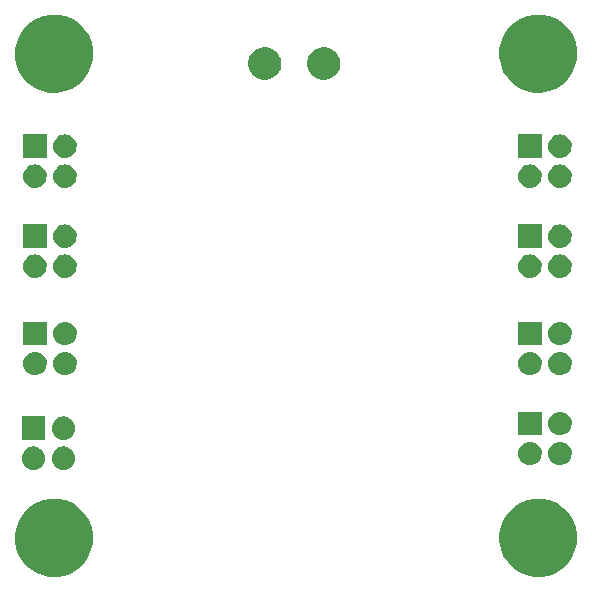
<source format=gbs>
G04 #@! TF.FileFunction,Soldermask,Bot*
%FSLAX46Y46*%
G04 Gerber Fmt 4.6, Leading zero omitted, Abs format (unit mm)*
G04 Created by KiCad (PCBNEW (after 2015-mar-04 BZR unknown)-product) date 6/7/2015 11:20:30 AM*
%MOMM*%
G01*
G04 APERTURE LIST*
%ADD10C,0.150000*%
G04 APERTURE END LIST*
D10*
G36*
X33248600Y-61696600D02*
X31267400Y-61696600D01*
X31267400Y-59715400D01*
X33248600Y-59715400D01*
X33248600Y-61696600D01*
X33248600Y-61696600D01*
G37*
G36*
X33253371Y-63252916D02*
X33233169Y-63445127D01*
X33233165Y-63445139D01*
X33233160Y-63445188D01*
X33175991Y-63629873D01*
X33084038Y-63799936D01*
X32960804Y-63948901D01*
X32810983Y-64071092D01*
X32640281Y-64161855D01*
X32455202Y-64217734D01*
X32262793Y-64236600D01*
X32259994Y-64236600D01*
X32253207Y-64236600D01*
X32253058Y-64236600D01*
X32241955Y-64236522D01*
X32241946Y-64236521D01*
X32239376Y-64236503D01*
X32047250Y-64214953D01*
X31862968Y-64156495D01*
X31693551Y-64063357D01*
X31545450Y-63939087D01*
X31424308Y-63788416D01*
X31334739Y-63617085D01*
X31280153Y-63431620D01*
X31280149Y-63431577D01*
X31280146Y-63431567D01*
X31262629Y-63239084D01*
X31282831Y-63046873D01*
X31282834Y-63046860D01*
X31282840Y-63046812D01*
X31340009Y-62862127D01*
X31431962Y-62692064D01*
X31555196Y-62543099D01*
X31705017Y-62420908D01*
X31875719Y-62330145D01*
X32060798Y-62274266D01*
X32253207Y-62255400D01*
X32256006Y-62255400D01*
X32262793Y-62255400D01*
X32262942Y-62255400D01*
X32274045Y-62255478D01*
X32274053Y-62255478D01*
X32276624Y-62255497D01*
X32468750Y-62277047D01*
X32653032Y-62335505D01*
X32822449Y-62428643D01*
X32970550Y-62552913D01*
X33091692Y-62703584D01*
X33181261Y-62874915D01*
X33235847Y-63060380D01*
X33235850Y-63060422D01*
X33235854Y-63060433D01*
X33253371Y-63252916D01*
X33253371Y-63252916D01*
G37*
G36*
X33375600Y-37820600D02*
X31394400Y-37820600D01*
X31394400Y-35839400D01*
X33375600Y-35839400D01*
X33375600Y-37820600D01*
X33375600Y-37820600D01*
G37*
G36*
X33375600Y-45440600D02*
X31394400Y-45440600D01*
X31394400Y-43459400D01*
X33375600Y-43459400D01*
X33375600Y-45440600D01*
X33375600Y-45440600D01*
G37*
G36*
X33375600Y-53695600D02*
X31394400Y-53695600D01*
X31394400Y-51714400D01*
X33375600Y-51714400D01*
X33375600Y-53695600D01*
X33375600Y-53695600D01*
G37*
G36*
X33380371Y-39376916D02*
X33360169Y-39569127D01*
X33360165Y-39569139D01*
X33360160Y-39569188D01*
X33302991Y-39753873D01*
X33211038Y-39923936D01*
X33087804Y-40072901D01*
X32937983Y-40195092D01*
X32767281Y-40285855D01*
X32582202Y-40341734D01*
X32389793Y-40360600D01*
X32386994Y-40360600D01*
X32380207Y-40360600D01*
X32380058Y-40360600D01*
X32368955Y-40360522D01*
X32368946Y-40360521D01*
X32366376Y-40360503D01*
X32174250Y-40338953D01*
X31989968Y-40280495D01*
X31820551Y-40187357D01*
X31672450Y-40063087D01*
X31551308Y-39912416D01*
X31461739Y-39741085D01*
X31407153Y-39555620D01*
X31407149Y-39555577D01*
X31407146Y-39555567D01*
X31389629Y-39363084D01*
X31409831Y-39170873D01*
X31409834Y-39170860D01*
X31409840Y-39170812D01*
X31467009Y-38986127D01*
X31558962Y-38816064D01*
X31682196Y-38667099D01*
X31832017Y-38544908D01*
X32002719Y-38454145D01*
X32187798Y-38398266D01*
X32380207Y-38379400D01*
X32383006Y-38379400D01*
X32389793Y-38379400D01*
X32389942Y-38379400D01*
X32401045Y-38379478D01*
X32401053Y-38379478D01*
X32403624Y-38379497D01*
X32595750Y-38401047D01*
X32780032Y-38459505D01*
X32949449Y-38552643D01*
X33097550Y-38676913D01*
X33218692Y-38827584D01*
X33308261Y-38998915D01*
X33362847Y-39184380D01*
X33362850Y-39184422D01*
X33362854Y-39184433D01*
X33380371Y-39376916D01*
X33380371Y-39376916D01*
G37*
G36*
X33380371Y-46996916D02*
X33360169Y-47189127D01*
X33360165Y-47189139D01*
X33360160Y-47189188D01*
X33302991Y-47373873D01*
X33211038Y-47543936D01*
X33087804Y-47692901D01*
X32937983Y-47815092D01*
X32767281Y-47905855D01*
X32582202Y-47961734D01*
X32389793Y-47980600D01*
X32386994Y-47980600D01*
X32380207Y-47980600D01*
X32380058Y-47980600D01*
X32368955Y-47980522D01*
X32368946Y-47980521D01*
X32366376Y-47980503D01*
X32174250Y-47958953D01*
X31989968Y-47900495D01*
X31820551Y-47807357D01*
X31672450Y-47683087D01*
X31551308Y-47532416D01*
X31461739Y-47361085D01*
X31407153Y-47175620D01*
X31407149Y-47175577D01*
X31407146Y-47175567D01*
X31389629Y-46983084D01*
X31409831Y-46790873D01*
X31409834Y-46790860D01*
X31409840Y-46790812D01*
X31467009Y-46606127D01*
X31558962Y-46436064D01*
X31682196Y-46287099D01*
X31832017Y-46164908D01*
X32002719Y-46074145D01*
X32187798Y-46018266D01*
X32380207Y-45999400D01*
X32383006Y-45999400D01*
X32389793Y-45999400D01*
X32389942Y-45999400D01*
X32401045Y-45999478D01*
X32401053Y-45999478D01*
X32403624Y-45999497D01*
X32595750Y-46021047D01*
X32780032Y-46079505D01*
X32949449Y-46172643D01*
X33097550Y-46296913D01*
X33218692Y-46447584D01*
X33308261Y-46618915D01*
X33362847Y-46804380D01*
X33362850Y-46804422D01*
X33362854Y-46804433D01*
X33380371Y-46996916D01*
X33380371Y-46996916D01*
G37*
G36*
X33380371Y-55251916D02*
X33360169Y-55444127D01*
X33360165Y-55444139D01*
X33360160Y-55444188D01*
X33302991Y-55628873D01*
X33211038Y-55798936D01*
X33087804Y-55947901D01*
X32937983Y-56070092D01*
X32767281Y-56160855D01*
X32582202Y-56216734D01*
X32389793Y-56235600D01*
X32386994Y-56235600D01*
X32380207Y-56235600D01*
X32380058Y-56235600D01*
X32368955Y-56235522D01*
X32368946Y-56235521D01*
X32366376Y-56235503D01*
X32174250Y-56213953D01*
X31989968Y-56155495D01*
X31820551Y-56062357D01*
X31672450Y-55938087D01*
X31551308Y-55787416D01*
X31461739Y-55616085D01*
X31407153Y-55430620D01*
X31407149Y-55430577D01*
X31407146Y-55430567D01*
X31389629Y-55238084D01*
X31409831Y-55045873D01*
X31409834Y-55045860D01*
X31409840Y-55045812D01*
X31467009Y-54861127D01*
X31558962Y-54691064D01*
X31682196Y-54542099D01*
X31832017Y-54419908D01*
X32002719Y-54329145D01*
X32187798Y-54273266D01*
X32380207Y-54254400D01*
X32383006Y-54254400D01*
X32389793Y-54254400D01*
X32389942Y-54254400D01*
X32401045Y-54254478D01*
X32401053Y-54254478D01*
X32403624Y-54254497D01*
X32595750Y-54276047D01*
X32780032Y-54334505D01*
X32949449Y-54427643D01*
X33097550Y-54551913D01*
X33218692Y-54702584D01*
X33308261Y-54873915D01*
X33362847Y-55059380D01*
X33362850Y-55059422D01*
X33362854Y-55059433D01*
X33380371Y-55251916D01*
X33380371Y-55251916D01*
G37*
G36*
X35793371Y-60712916D02*
X35773169Y-60905127D01*
X35773165Y-60905139D01*
X35773160Y-60905188D01*
X35715991Y-61089873D01*
X35624038Y-61259936D01*
X35500804Y-61408901D01*
X35350983Y-61531092D01*
X35180281Y-61621855D01*
X34995202Y-61677734D01*
X34802793Y-61696600D01*
X34799994Y-61696600D01*
X34793207Y-61696600D01*
X34793058Y-61696600D01*
X34781955Y-61696522D01*
X34781946Y-61696521D01*
X34779376Y-61696503D01*
X34587250Y-61674953D01*
X34402968Y-61616495D01*
X34233551Y-61523357D01*
X34085450Y-61399087D01*
X33964308Y-61248416D01*
X33874739Y-61077085D01*
X33820153Y-60891620D01*
X33820149Y-60891577D01*
X33820146Y-60891567D01*
X33802629Y-60699084D01*
X33822831Y-60506873D01*
X33822834Y-60506860D01*
X33822840Y-60506812D01*
X33880009Y-60322127D01*
X33971962Y-60152064D01*
X34095196Y-60003099D01*
X34245017Y-59880908D01*
X34415719Y-59790145D01*
X34600798Y-59734266D01*
X34793207Y-59715400D01*
X34796006Y-59715400D01*
X34802793Y-59715400D01*
X34802942Y-59715400D01*
X34814045Y-59715478D01*
X34814053Y-59715478D01*
X34816624Y-59715497D01*
X35008750Y-59737047D01*
X35193032Y-59795505D01*
X35362449Y-59888643D01*
X35510550Y-60012913D01*
X35631692Y-60163584D01*
X35721261Y-60334915D01*
X35775847Y-60520380D01*
X35775850Y-60520422D01*
X35775854Y-60520433D01*
X35793371Y-60712916D01*
X35793371Y-60712916D01*
G37*
G36*
X35793371Y-63252916D02*
X35773169Y-63445127D01*
X35773165Y-63445139D01*
X35773160Y-63445188D01*
X35715991Y-63629873D01*
X35624038Y-63799936D01*
X35500804Y-63948901D01*
X35350983Y-64071092D01*
X35180281Y-64161855D01*
X34995202Y-64217734D01*
X34802793Y-64236600D01*
X34799994Y-64236600D01*
X34793207Y-64236600D01*
X34793058Y-64236600D01*
X34781955Y-64236522D01*
X34781946Y-64236521D01*
X34779376Y-64236503D01*
X34587250Y-64214953D01*
X34402968Y-64156495D01*
X34233551Y-64063357D01*
X34085450Y-63939087D01*
X33964308Y-63788416D01*
X33874739Y-63617085D01*
X33820153Y-63431620D01*
X33820149Y-63431577D01*
X33820146Y-63431567D01*
X33802629Y-63239084D01*
X33822831Y-63046873D01*
X33822834Y-63046860D01*
X33822840Y-63046812D01*
X33880009Y-62862127D01*
X33971962Y-62692064D01*
X34095196Y-62543099D01*
X34245017Y-62420908D01*
X34415719Y-62330145D01*
X34600798Y-62274266D01*
X34793207Y-62255400D01*
X34796006Y-62255400D01*
X34802793Y-62255400D01*
X34802942Y-62255400D01*
X34814045Y-62255478D01*
X34814053Y-62255478D01*
X34816624Y-62255497D01*
X35008750Y-62277047D01*
X35193032Y-62335505D01*
X35362449Y-62428643D01*
X35510550Y-62552913D01*
X35631692Y-62703584D01*
X35721261Y-62874915D01*
X35775847Y-63060380D01*
X35775850Y-63060422D01*
X35775854Y-63060433D01*
X35793371Y-63252916D01*
X35793371Y-63252916D01*
G37*
G36*
X35920371Y-36836916D02*
X35900169Y-37029127D01*
X35900165Y-37029139D01*
X35900160Y-37029188D01*
X35842991Y-37213873D01*
X35751038Y-37383936D01*
X35627804Y-37532901D01*
X35477983Y-37655092D01*
X35307281Y-37745855D01*
X35122202Y-37801734D01*
X34929793Y-37820600D01*
X34926994Y-37820600D01*
X34920207Y-37820600D01*
X34920058Y-37820600D01*
X34908955Y-37820522D01*
X34908946Y-37820521D01*
X34906376Y-37820503D01*
X34714250Y-37798953D01*
X34529968Y-37740495D01*
X34360551Y-37647357D01*
X34212450Y-37523087D01*
X34091308Y-37372416D01*
X34001739Y-37201085D01*
X33947153Y-37015620D01*
X33947149Y-37015577D01*
X33947146Y-37015567D01*
X33929629Y-36823084D01*
X33949831Y-36630873D01*
X33949834Y-36630860D01*
X33949840Y-36630812D01*
X34007009Y-36446127D01*
X34098962Y-36276064D01*
X34222196Y-36127099D01*
X34372017Y-36004908D01*
X34542719Y-35914145D01*
X34727798Y-35858266D01*
X34920207Y-35839400D01*
X34923006Y-35839400D01*
X34929793Y-35839400D01*
X34929942Y-35839400D01*
X34941045Y-35839478D01*
X34941053Y-35839478D01*
X34943624Y-35839497D01*
X35135750Y-35861047D01*
X35320032Y-35919505D01*
X35489449Y-36012643D01*
X35637550Y-36136913D01*
X35758692Y-36287584D01*
X35848261Y-36458915D01*
X35902847Y-36644380D01*
X35902850Y-36644422D01*
X35902854Y-36644433D01*
X35920371Y-36836916D01*
X35920371Y-36836916D01*
G37*
G36*
X35920371Y-39376916D02*
X35900169Y-39569127D01*
X35900165Y-39569139D01*
X35900160Y-39569188D01*
X35842991Y-39753873D01*
X35751038Y-39923936D01*
X35627804Y-40072901D01*
X35477983Y-40195092D01*
X35307281Y-40285855D01*
X35122202Y-40341734D01*
X34929793Y-40360600D01*
X34926994Y-40360600D01*
X34920207Y-40360600D01*
X34920058Y-40360600D01*
X34908955Y-40360522D01*
X34908946Y-40360521D01*
X34906376Y-40360503D01*
X34714250Y-40338953D01*
X34529968Y-40280495D01*
X34360551Y-40187357D01*
X34212450Y-40063087D01*
X34091308Y-39912416D01*
X34001739Y-39741085D01*
X33947153Y-39555620D01*
X33947149Y-39555577D01*
X33947146Y-39555567D01*
X33929629Y-39363084D01*
X33949831Y-39170873D01*
X33949834Y-39170860D01*
X33949840Y-39170812D01*
X34007009Y-38986127D01*
X34098962Y-38816064D01*
X34222196Y-38667099D01*
X34372017Y-38544908D01*
X34542719Y-38454145D01*
X34727798Y-38398266D01*
X34920207Y-38379400D01*
X34923006Y-38379400D01*
X34929793Y-38379400D01*
X34929942Y-38379400D01*
X34941045Y-38379478D01*
X34941053Y-38379478D01*
X34943624Y-38379497D01*
X35135750Y-38401047D01*
X35320032Y-38459505D01*
X35489449Y-38552643D01*
X35637550Y-38676913D01*
X35758692Y-38827584D01*
X35848261Y-38998915D01*
X35902847Y-39184380D01*
X35902850Y-39184422D01*
X35902854Y-39184433D01*
X35920371Y-39376916D01*
X35920371Y-39376916D01*
G37*
G36*
X35920371Y-44456916D02*
X35900169Y-44649127D01*
X35900165Y-44649139D01*
X35900160Y-44649188D01*
X35842991Y-44833873D01*
X35751038Y-45003936D01*
X35627804Y-45152901D01*
X35477983Y-45275092D01*
X35307281Y-45365855D01*
X35122202Y-45421734D01*
X34929793Y-45440600D01*
X34926994Y-45440600D01*
X34920207Y-45440600D01*
X34920058Y-45440600D01*
X34908955Y-45440522D01*
X34908946Y-45440521D01*
X34906376Y-45440503D01*
X34714250Y-45418953D01*
X34529968Y-45360495D01*
X34360551Y-45267357D01*
X34212450Y-45143087D01*
X34091308Y-44992416D01*
X34001739Y-44821085D01*
X33947153Y-44635620D01*
X33947149Y-44635577D01*
X33947146Y-44635567D01*
X33929629Y-44443084D01*
X33949831Y-44250873D01*
X33949834Y-44250860D01*
X33949840Y-44250812D01*
X34007009Y-44066127D01*
X34098962Y-43896064D01*
X34222196Y-43747099D01*
X34372017Y-43624908D01*
X34542719Y-43534145D01*
X34727798Y-43478266D01*
X34920207Y-43459400D01*
X34923006Y-43459400D01*
X34929793Y-43459400D01*
X34929942Y-43459400D01*
X34941045Y-43459478D01*
X34941053Y-43459478D01*
X34943624Y-43459497D01*
X35135750Y-43481047D01*
X35320032Y-43539505D01*
X35489449Y-43632643D01*
X35637550Y-43756913D01*
X35758692Y-43907584D01*
X35848261Y-44078915D01*
X35902847Y-44264380D01*
X35902850Y-44264422D01*
X35902854Y-44264433D01*
X35920371Y-44456916D01*
X35920371Y-44456916D01*
G37*
G36*
X35920371Y-46996916D02*
X35900169Y-47189127D01*
X35900165Y-47189139D01*
X35900160Y-47189188D01*
X35842991Y-47373873D01*
X35751038Y-47543936D01*
X35627804Y-47692901D01*
X35477983Y-47815092D01*
X35307281Y-47905855D01*
X35122202Y-47961734D01*
X34929793Y-47980600D01*
X34926994Y-47980600D01*
X34920207Y-47980600D01*
X34920058Y-47980600D01*
X34908955Y-47980522D01*
X34908946Y-47980521D01*
X34906376Y-47980503D01*
X34714250Y-47958953D01*
X34529968Y-47900495D01*
X34360551Y-47807357D01*
X34212450Y-47683087D01*
X34091308Y-47532416D01*
X34001739Y-47361085D01*
X33947153Y-47175620D01*
X33947149Y-47175577D01*
X33947146Y-47175567D01*
X33929629Y-46983084D01*
X33949831Y-46790873D01*
X33949834Y-46790860D01*
X33949840Y-46790812D01*
X34007009Y-46606127D01*
X34098962Y-46436064D01*
X34222196Y-46287099D01*
X34372017Y-46164908D01*
X34542719Y-46074145D01*
X34727798Y-46018266D01*
X34920207Y-45999400D01*
X34923006Y-45999400D01*
X34929793Y-45999400D01*
X34929942Y-45999400D01*
X34941045Y-45999478D01*
X34941053Y-45999478D01*
X34943624Y-45999497D01*
X35135750Y-46021047D01*
X35320032Y-46079505D01*
X35489449Y-46172643D01*
X35637550Y-46296913D01*
X35758692Y-46447584D01*
X35848261Y-46618915D01*
X35902847Y-46804380D01*
X35902850Y-46804422D01*
X35902854Y-46804433D01*
X35920371Y-46996916D01*
X35920371Y-46996916D01*
G37*
G36*
X35920371Y-52711916D02*
X35900169Y-52904127D01*
X35900165Y-52904139D01*
X35900160Y-52904188D01*
X35842991Y-53088873D01*
X35751038Y-53258936D01*
X35627804Y-53407901D01*
X35477983Y-53530092D01*
X35307281Y-53620855D01*
X35122202Y-53676734D01*
X34929793Y-53695600D01*
X34926994Y-53695600D01*
X34920207Y-53695600D01*
X34920058Y-53695600D01*
X34908955Y-53695522D01*
X34908946Y-53695521D01*
X34906376Y-53695503D01*
X34714250Y-53673953D01*
X34529968Y-53615495D01*
X34360551Y-53522357D01*
X34212450Y-53398087D01*
X34091308Y-53247416D01*
X34001739Y-53076085D01*
X33947153Y-52890620D01*
X33947149Y-52890577D01*
X33947146Y-52890567D01*
X33929629Y-52698084D01*
X33949831Y-52505873D01*
X33949834Y-52505860D01*
X33949840Y-52505812D01*
X34007009Y-52321127D01*
X34098962Y-52151064D01*
X34222196Y-52002099D01*
X34372017Y-51879908D01*
X34542719Y-51789145D01*
X34727798Y-51733266D01*
X34920207Y-51714400D01*
X34923006Y-51714400D01*
X34929793Y-51714400D01*
X34929942Y-51714400D01*
X34941045Y-51714478D01*
X34941053Y-51714478D01*
X34943624Y-51714497D01*
X35135750Y-51736047D01*
X35320032Y-51794505D01*
X35489449Y-51887643D01*
X35637550Y-52011913D01*
X35758692Y-52162584D01*
X35848261Y-52333915D01*
X35902847Y-52519380D01*
X35902850Y-52519422D01*
X35902854Y-52519433D01*
X35920371Y-52711916D01*
X35920371Y-52711916D01*
G37*
G36*
X35920371Y-55251916D02*
X35900169Y-55444127D01*
X35900165Y-55444139D01*
X35900160Y-55444188D01*
X35842991Y-55628873D01*
X35751038Y-55798936D01*
X35627804Y-55947901D01*
X35477983Y-56070092D01*
X35307281Y-56160855D01*
X35122202Y-56216734D01*
X34929793Y-56235600D01*
X34926994Y-56235600D01*
X34920207Y-56235600D01*
X34920058Y-56235600D01*
X34908955Y-56235522D01*
X34908946Y-56235521D01*
X34906376Y-56235503D01*
X34714250Y-56213953D01*
X34529968Y-56155495D01*
X34360551Y-56062357D01*
X34212450Y-55938087D01*
X34091308Y-55787416D01*
X34001739Y-55616085D01*
X33947153Y-55430620D01*
X33947149Y-55430577D01*
X33947146Y-55430567D01*
X33929629Y-55238084D01*
X33949831Y-55045873D01*
X33949834Y-55045860D01*
X33949840Y-55045812D01*
X34007009Y-54861127D01*
X34098962Y-54691064D01*
X34222196Y-54542099D01*
X34372017Y-54419908D01*
X34542719Y-54329145D01*
X34727798Y-54273266D01*
X34920207Y-54254400D01*
X34923006Y-54254400D01*
X34929793Y-54254400D01*
X34929942Y-54254400D01*
X34941045Y-54254478D01*
X34941053Y-54254478D01*
X34943624Y-54254497D01*
X35135750Y-54276047D01*
X35320032Y-54334505D01*
X35489449Y-54427643D01*
X35637550Y-54551913D01*
X35758692Y-54702584D01*
X35848261Y-54873915D01*
X35902847Y-55059380D01*
X35902850Y-55059422D01*
X35902854Y-55059433D01*
X35920371Y-55251916D01*
X35920371Y-55251916D01*
G37*
G36*
X37302142Y-28676222D02*
X37291814Y-29415853D01*
X37291717Y-29416279D01*
X37291717Y-29416291D01*
X37148352Y-30047317D01*
X36884966Y-30638889D01*
X36511695Y-31168035D01*
X36042752Y-31614603D01*
X35496003Y-31961580D01*
X34892268Y-32195755D01*
X34254553Y-32308201D01*
X33607140Y-32294639D01*
X32974685Y-32155585D01*
X32381291Y-31896338D01*
X31849552Y-31526769D01*
X31399720Y-31060955D01*
X31048936Y-30516643D01*
X30810554Y-29914559D01*
X30693657Y-29277641D01*
X30702699Y-28630145D01*
X30837332Y-27996744D01*
X31092432Y-27401552D01*
X31458279Y-26867245D01*
X31920941Y-26414172D01*
X32462794Y-26059594D01*
X33063198Y-25817015D01*
X33699284Y-25695675D01*
X34346822Y-25700197D01*
X34981155Y-25830406D01*
X35578108Y-26081343D01*
X36114960Y-26443454D01*
X36571249Y-26902939D01*
X36929601Y-27442303D01*
X37176366Y-28040998D01*
X37302057Y-28675784D01*
X37302056Y-28675792D01*
X37302142Y-28676222D01*
X37302142Y-28676222D01*
G37*
G36*
X37302142Y-69676222D02*
X37291814Y-70415853D01*
X37291717Y-70416279D01*
X37291717Y-70416291D01*
X37148352Y-71047317D01*
X36884966Y-71638889D01*
X36511695Y-72168035D01*
X36042752Y-72614603D01*
X35496003Y-72961580D01*
X34892268Y-73195755D01*
X34254553Y-73308201D01*
X33607140Y-73294639D01*
X32974685Y-73155585D01*
X32381291Y-72896338D01*
X31849552Y-72526769D01*
X31399720Y-72060955D01*
X31048936Y-71516643D01*
X30810554Y-70914559D01*
X30693657Y-70277641D01*
X30702699Y-69630145D01*
X30837332Y-68996744D01*
X31092432Y-68401552D01*
X31458279Y-67867245D01*
X31920941Y-67414172D01*
X32462794Y-67059594D01*
X33063198Y-66817015D01*
X33699284Y-66695675D01*
X34346822Y-66700197D01*
X34981155Y-66830406D01*
X35578108Y-67081343D01*
X36114960Y-67443454D01*
X36571249Y-67902939D01*
X36929601Y-68442303D01*
X37176366Y-69040998D01*
X37302057Y-69675784D01*
X37302056Y-69675792D01*
X37302142Y-69676222D01*
X37302142Y-69676222D01*
G37*
G36*
X53241059Y-29689017D02*
X53236690Y-30001938D01*
X53236594Y-30002359D01*
X53236594Y-30002376D01*
X53175997Y-30269096D01*
X53064564Y-30519377D01*
X52906642Y-30743247D01*
X52708242Y-30932180D01*
X52476922Y-31078980D01*
X52221501Y-31178052D01*
X51951696Y-31225626D01*
X51677791Y-31219887D01*
X51410211Y-31161056D01*
X51159163Y-31051377D01*
X50934193Y-30895017D01*
X50743879Y-30697943D01*
X50595472Y-30467659D01*
X50494617Y-30212929D01*
X50445161Y-29943464D01*
X50448986Y-29669521D01*
X50505946Y-29401546D01*
X50613873Y-29149733D01*
X50768654Y-28923680D01*
X50964397Y-28731994D01*
X51193643Y-28581980D01*
X51447661Y-28479350D01*
X51716775Y-28428014D01*
X51990731Y-28429927D01*
X52259106Y-28485017D01*
X52511660Y-28591181D01*
X52738792Y-28744383D01*
X52931840Y-28938784D01*
X53083447Y-29166969D01*
X53187849Y-29420267D01*
X53240976Y-29688579D01*
X53240975Y-29688596D01*
X53241059Y-29689017D01*
X53241059Y-29689017D01*
G37*
G36*
X58241059Y-29689017D02*
X58236690Y-30001938D01*
X58236594Y-30002359D01*
X58236594Y-30002376D01*
X58175997Y-30269096D01*
X58064564Y-30519377D01*
X57906642Y-30743247D01*
X57708242Y-30932180D01*
X57476922Y-31078980D01*
X57221501Y-31178052D01*
X56951696Y-31225626D01*
X56677791Y-31219887D01*
X56410211Y-31161056D01*
X56159163Y-31051377D01*
X55934193Y-30895017D01*
X55743879Y-30697943D01*
X55595472Y-30467659D01*
X55494617Y-30212929D01*
X55445161Y-29943464D01*
X55448986Y-29669521D01*
X55505946Y-29401546D01*
X55613873Y-29149733D01*
X55768654Y-28923680D01*
X55964397Y-28731994D01*
X56193643Y-28581980D01*
X56447661Y-28479350D01*
X56716775Y-28428014D01*
X56990731Y-28429927D01*
X57259106Y-28485017D01*
X57511660Y-28591181D01*
X57738792Y-28744383D01*
X57931840Y-28938784D01*
X58083447Y-29166969D01*
X58187849Y-29420267D01*
X58240976Y-29688579D01*
X58240975Y-29688596D01*
X58241059Y-29689017D01*
X58241059Y-29689017D01*
G37*
G36*
X75285600Y-37820600D02*
X73304400Y-37820600D01*
X73304400Y-35839400D01*
X75285600Y-35839400D01*
X75285600Y-37820600D01*
X75285600Y-37820600D01*
G37*
G36*
X75285600Y-45440600D02*
X73304400Y-45440600D01*
X73304400Y-43459400D01*
X75285600Y-43459400D01*
X75285600Y-45440600D01*
X75285600Y-45440600D01*
G37*
G36*
X75285600Y-53695600D02*
X73304400Y-53695600D01*
X73304400Y-51714400D01*
X75285600Y-51714400D01*
X75285600Y-53695600D01*
X75285600Y-53695600D01*
G37*
G36*
X75285600Y-61315600D02*
X73304400Y-61315600D01*
X73304400Y-59334400D01*
X75285600Y-59334400D01*
X75285600Y-61315600D01*
X75285600Y-61315600D01*
G37*
G36*
X75290371Y-39376916D02*
X75270169Y-39569127D01*
X75270165Y-39569139D01*
X75270160Y-39569188D01*
X75212991Y-39753873D01*
X75121038Y-39923936D01*
X74997804Y-40072901D01*
X74847983Y-40195092D01*
X74677281Y-40285855D01*
X74492202Y-40341734D01*
X74299793Y-40360600D01*
X74296994Y-40360600D01*
X74290207Y-40360600D01*
X74290058Y-40360600D01*
X74278955Y-40360522D01*
X74278946Y-40360521D01*
X74276376Y-40360503D01*
X74084250Y-40338953D01*
X73899968Y-40280495D01*
X73730551Y-40187357D01*
X73582450Y-40063087D01*
X73461308Y-39912416D01*
X73371739Y-39741085D01*
X73317153Y-39555620D01*
X73317149Y-39555577D01*
X73317146Y-39555567D01*
X73299629Y-39363084D01*
X73319831Y-39170873D01*
X73319834Y-39170860D01*
X73319840Y-39170812D01*
X73377009Y-38986127D01*
X73468962Y-38816064D01*
X73592196Y-38667099D01*
X73742017Y-38544908D01*
X73912719Y-38454145D01*
X74097798Y-38398266D01*
X74290207Y-38379400D01*
X74293006Y-38379400D01*
X74299793Y-38379400D01*
X74299942Y-38379400D01*
X74311045Y-38379478D01*
X74311053Y-38379478D01*
X74313624Y-38379497D01*
X74505750Y-38401047D01*
X74690032Y-38459505D01*
X74859449Y-38552643D01*
X75007550Y-38676913D01*
X75128692Y-38827584D01*
X75218261Y-38998915D01*
X75272847Y-39184380D01*
X75272850Y-39184422D01*
X75272854Y-39184433D01*
X75290371Y-39376916D01*
X75290371Y-39376916D01*
G37*
G36*
X75290371Y-46996916D02*
X75270169Y-47189127D01*
X75270165Y-47189139D01*
X75270160Y-47189188D01*
X75212991Y-47373873D01*
X75121038Y-47543936D01*
X74997804Y-47692901D01*
X74847983Y-47815092D01*
X74677281Y-47905855D01*
X74492202Y-47961734D01*
X74299793Y-47980600D01*
X74296994Y-47980600D01*
X74290207Y-47980600D01*
X74290058Y-47980600D01*
X74278955Y-47980522D01*
X74278946Y-47980521D01*
X74276376Y-47980503D01*
X74084250Y-47958953D01*
X73899968Y-47900495D01*
X73730551Y-47807357D01*
X73582450Y-47683087D01*
X73461308Y-47532416D01*
X73371739Y-47361085D01*
X73317153Y-47175620D01*
X73317149Y-47175577D01*
X73317146Y-47175567D01*
X73299629Y-46983084D01*
X73319831Y-46790873D01*
X73319834Y-46790860D01*
X73319840Y-46790812D01*
X73377009Y-46606127D01*
X73468962Y-46436064D01*
X73592196Y-46287099D01*
X73742017Y-46164908D01*
X73912719Y-46074145D01*
X74097798Y-46018266D01*
X74290207Y-45999400D01*
X74293006Y-45999400D01*
X74299793Y-45999400D01*
X74299942Y-45999400D01*
X74311045Y-45999478D01*
X74311053Y-45999478D01*
X74313624Y-45999497D01*
X74505750Y-46021047D01*
X74690032Y-46079505D01*
X74859449Y-46172643D01*
X75007550Y-46296913D01*
X75128692Y-46447584D01*
X75218261Y-46618915D01*
X75272847Y-46804380D01*
X75272850Y-46804422D01*
X75272854Y-46804433D01*
X75290371Y-46996916D01*
X75290371Y-46996916D01*
G37*
G36*
X75290371Y-55251916D02*
X75270169Y-55444127D01*
X75270165Y-55444139D01*
X75270160Y-55444188D01*
X75212991Y-55628873D01*
X75121038Y-55798936D01*
X74997804Y-55947901D01*
X74847983Y-56070092D01*
X74677281Y-56160855D01*
X74492202Y-56216734D01*
X74299793Y-56235600D01*
X74296994Y-56235600D01*
X74290207Y-56235600D01*
X74290058Y-56235600D01*
X74278955Y-56235522D01*
X74278946Y-56235521D01*
X74276376Y-56235503D01*
X74084250Y-56213953D01*
X73899968Y-56155495D01*
X73730551Y-56062357D01*
X73582450Y-55938087D01*
X73461308Y-55787416D01*
X73371739Y-55616085D01*
X73317153Y-55430620D01*
X73317149Y-55430577D01*
X73317146Y-55430567D01*
X73299629Y-55238084D01*
X73319831Y-55045873D01*
X73319834Y-55045860D01*
X73319840Y-55045812D01*
X73377009Y-54861127D01*
X73468962Y-54691064D01*
X73592196Y-54542099D01*
X73742017Y-54419908D01*
X73912719Y-54329145D01*
X74097798Y-54273266D01*
X74290207Y-54254400D01*
X74293006Y-54254400D01*
X74299793Y-54254400D01*
X74299942Y-54254400D01*
X74311045Y-54254478D01*
X74311053Y-54254478D01*
X74313624Y-54254497D01*
X74505750Y-54276047D01*
X74690032Y-54334505D01*
X74859449Y-54427643D01*
X75007550Y-54551913D01*
X75128692Y-54702584D01*
X75218261Y-54873915D01*
X75272847Y-55059380D01*
X75272850Y-55059422D01*
X75272854Y-55059433D01*
X75290371Y-55251916D01*
X75290371Y-55251916D01*
G37*
G36*
X75290371Y-62871916D02*
X75270169Y-63064127D01*
X75270165Y-63064139D01*
X75270160Y-63064188D01*
X75212991Y-63248873D01*
X75121038Y-63418936D01*
X74997804Y-63567901D01*
X74847983Y-63690092D01*
X74677281Y-63780855D01*
X74492202Y-63836734D01*
X74299793Y-63855600D01*
X74296994Y-63855600D01*
X74290207Y-63855600D01*
X74290058Y-63855600D01*
X74278955Y-63855522D01*
X74278946Y-63855521D01*
X74276376Y-63855503D01*
X74084250Y-63833953D01*
X73899968Y-63775495D01*
X73730551Y-63682357D01*
X73582450Y-63558087D01*
X73461308Y-63407416D01*
X73371739Y-63236085D01*
X73317153Y-63050620D01*
X73317149Y-63050577D01*
X73317146Y-63050567D01*
X73299629Y-62858084D01*
X73319831Y-62665873D01*
X73319834Y-62665860D01*
X73319840Y-62665812D01*
X73377009Y-62481127D01*
X73468962Y-62311064D01*
X73592196Y-62162099D01*
X73742017Y-62039908D01*
X73912719Y-61949145D01*
X74097798Y-61893266D01*
X74290207Y-61874400D01*
X74293006Y-61874400D01*
X74299793Y-61874400D01*
X74299942Y-61874400D01*
X74311045Y-61874478D01*
X74311053Y-61874478D01*
X74313624Y-61874497D01*
X74505750Y-61896047D01*
X74690032Y-61954505D01*
X74859449Y-62047643D01*
X75007550Y-62171913D01*
X75128692Y-62322584D01*
X75218261Y-62493915D01*
X75272847Y-62679380D01*
X75272850Y-62679422D01*
X75272854Y-62679433D01*
X75290371Y-62871916D01*
X75290371Y-62871916D01*
G37*
G36*
X77830371Y-36836916D02*
X77810169Y-37029127D01*
X77810165Y-37029139D01*
X77810160Y-37029188D01*
X77752991Y-37213873D01*
X77661038Y-37383936D01*
X77537804Y-37532901D01*
X77387983Y-37655092D01*
X77217281Y-37745855D01*
X77032202Y-37801734D01*
X76839793Y-37820600D01*
X76836994Y-37820600D01*
X76830207Y-37820600D01*
X76830058Y-37820600D01*
X76818955Y-37820522D01*
X76818946Y-37820521D01*
X76816376Y-37820503D01*
X76624250Y-37798953D01*
X76439968Y-37740495D01*
X76270551Y-37647357D01*
X76122450Y-37523087D01*
X76001308Y-37372416D01*
X75911739Y-37201085D01*
X75857153Y-37015620D01*
X75857149Y-37015577D01*
X75857146Y-37015567D01*
X75839629Y-36823084D01*
X75859831Y-36630873D01*
X75859834Y-36630860D01*
X75859840Y-36630812D01*
X75917009Y-36446127D01*
X76008962Y-36276064D01*
X76132196Y-36127099D01*
X76282017Y-36004908D01*
X76452719Y-35914145D01*
X76637798Y-35858266D01*
X76830207Y-35839400D01*
X76833006Y-35839400D01*
X76839793Y-35839400D01*
X76839942Y-35839400D01*
X76851045Y-35839478D01*
X76851053Y-35839478D01*
X76853624Y-35839497D01*
X77045750Y-35861047D01*
X77230032Y-35919505D01*
X77399449Y-36012643D01*
X77547550Y-36136913D01*
X77668692Y-36287584D01*
X77758261Y-36458915D01*
X77812847Y-36644380D01*
X77812850Y-36644422D01*
X77812854Y-36644433D01*
X77830371Y-36836916D01*
X77830371Y-36836916D01*
G37*
G36*
X77830371Y-39376916D02*
X77810169Y-39569127D01*
X77810165Y-39569139D01*
X77810160Y-39569188D01*
X77752991Y-39753873D01*
X77661038Y-39923936D01*
X77537804Y-40072901D01*
X77387983Y-40195092D01*
X77217281Y-40285855D01*
X77032202Y-40341734D01*
X76839793Y-40360600D01*
X76836994Y-40360600D01*
X76830207Y-40360600D01*
X76830058Y-40360600D01*
X76818955Y-40360522D01*
X76818946Y-40360521D01*
X76816376Y-40360503D01*
X76624250Y-40338953D01*
X76439968Y-40280495D01*
X76270551Y-40187357D01*
X76122450Y-40063087D01*
X76001308Y-39912416D01*
X75911739Y-39741085D01*
X75857153Y-39555620D01*
X75857149Y-39555577D01*
X75857146Y-39555567D01*
X75839629Y-39363084D01*
X75859831Y-39170873D01*
X75859834Y-39170860D01*
X75859840Y-39170812D01*
X75917009Y-38986127D01*
X76008962Y-38816064D01*
X76132196Y-38667099D01*
X76282017Y-38544908D01*
X76452719Y-38454145D01*
X76637798Y-38398266D01*
X76830207Y-38379400D01*
X76833006Y-38379400D01*
X76839793Y-38379400D01*
X76839942Y-38379400D01*
X76851045Y-38379478D01*
X76851053Y-38379478D01*
X76853624Y-38379497D01*
X77045750Y-38401047D01*
X77230032Y-38459505D01*
X77399449Y-38552643D01*
X77547550Y-38676913D01*
X77668692Y-38827584D01*
X77758261Y-38998915D01*
X77812847Y-39184380D01*
X77812850Y-39184422D01*
X77812854Y-39184433D01*
X77830371Y-39376916D01*
X77830371Y-39376916D01*
G37*
G36*
X77830371Y-44456916D02*
X77810169Y-44649127D01*
X77810165Y-44649139D01*
X77810160Y-44649188D01*
X77752991Y-44833873D01*
X77661038Y-45003936D01*
X77537804Y-45152901D01*
X77387983Y-45275092D01*
X77217281Y-45365855D01*
X77032202Y-45421734D01*
X76839793Y-45440600D01*
X76836994Y-45440600D01*
X76830207Y-45440600D01*
X76830058Y-45440600D01*
X76818955Y-45440522D01*
X76818946Y-45440521D01*
X76816376Y-45440503D01*
X76624250Y-45418953D01*
X76439968Y-45360495D01*
X76270551Y-45267357D01*
X76122450Y-45143087D01*
X76001308Y-44992416D01*
X75911739Y-44821085D01*
X75857153Y-44635620D01*
X75857149Y-44635577D01*
X75857146Y-44635567D01*
X75839629Y-44443084D01*
X75859831Y-44250873D01*
X75859834Y-44250860D01*
X75859840Y-44250812D01*
X75917009Y-44066127D01*
X76008962Y-43896064D01*
X76132196Y-43747099D01*
X76282017Y-43624908D01*
X76452719Y-43534145D01*
X76637798Y-43478266D01*
X76830207Y-43459400D01*
X76833006Y-43459400D01*
X76839793Y-43459400D01*
X76839942Y-43459400D01*
X76851045Y-43459478D01*
X76851053Y-43459478D01*
X76853624Y-43459497D01*
X77045750Y-43481047D01*
X77230032Y-43539505D01*
X77399449Y-43632643D01*
X77547550Y-43756913D01*
X77668692Y-43907584D01*
X77758261Y-44078915D01*
X77812847Y-44264380D01*
X77812850Y-44264422D01*
X77812854Y-44264433D01*
X77830371Y-44456916D01*
X77830371Y-44456916D01*
G37*
G36*
X77830371Y-46996916D02*
X77810169Y-47189127D01*
X77810165Y-47189139D01*
X77810160Y-47189188D01*
X77752991Y-47373873D01*
X77661038Y-47543936D01*
X77537804Y-47692901D01*
X77387983Y-47815092D01*
X77217281Y-47905855D01*
X77032202Y-47961734D01*
X76839793Y-47980600D01*
X76836994Y-47980600D01*
X76830207Y-47980600D01*
X76830058Y-47980600D01*
X76818955Y-47980522D01*
X76818946Y-47980521D01*
X76816376Y-47980503D01*
X76624250Y-47958953D01*
X76439968Y-47900495D01*
X76270551Y-47807357D01*
X76122450Y-47683087D01*
X76001308Y-47532416D01*
X75911739Y-47361085D01*
X75857153Y-47175620D01*
X75857149Y-47175577D01*
X75857146Y-47175567D01*
X75839629Y-46983084D01*
X75859831Y-46790873D01*
X75859834Y-46790860D01*
X75859840Y-46790812D01*
X75917009Y-46606127D01*
X76008962Y-46436064D01*
X76132196Y-46287099D01*
X76282017Y-46164908D01*
X76452719Y-46074145D01*
X76637798Y-46018266D01*
X76830207Y-45999400D01*
X76833006Y-45999400D01*
X76839793Y-45999400D01*
X76839942Y-45999400D01*
X76851045Y-45999478D01*
X76851053Y-45999478D01*
X76853624Y-45999497D01*
X77045750Y-46021047D01*
X77230032Y-46079505D01*
X77399449Y-46172643D01*
X77547550Y-46296913D01*
X77668692Y-46447584D01*
X77758261Y-46618915D01*
X77812847Y-46804380D01*
X77812850Y-46804422D01*
X77812854Y-46804433D01*
X77830371Y-46996916D01*
X77830371Y-46996916D01*
G37*
G36*
X77830371Y-52711916D02*
X77810169Y-52904127D01*
X77810165Y-52904139D01*
X77810160Y-52904188D01*
X77752991Y-53088873D01*
X77661038Y-53258936D01*
X77537804Y-53407901D01*
X77387983Y-53530092D01*
X77217281Y-53620855D01*
X77032202Y-53676734D01*
X76839793Y-53695600D01*
X76836994Y-53695600D01*
X76830207Y-53695600D01*
X76830058Y-53695600D01*
X76818955Y-53695522D01*
X76818946Y-53695521D01*
X76816376Y-53695503D01*
X76624250Y-53673953D01*
X76439968Y-53615495D01*
X76270551Y-53522357D01*
X76122450Y-53398087D01*
X76001308Y-53247416D01*
X75911739Y-53076085D01*
X75857153Y-52890620D01*
X75857149Y-52890577D01*
X75857146Y-52890567D01*
X75839629Y-52698084D01*
X75859831Y-52505873D01*
X75859834Y-52505860D01*
X75859840Y-52505812D01*
X75917009Y-52321127D01*
X76008962Y-52151064D01*
X76132196Y-52002099D01*
X76282017Y-51879908D01*
X76452719Y-51789145D01*
X76637798Y-51733266D01*
X76830207Y-51714400D01*
X76833006Y-51714400D01*
X76839793Y-51714400D01*
X76839942Y-51714400D01*
X76851045Y-51714478D01*
X76851053Y-51714478D01*
X76853624Y-51714497D01*
X77045750Y-51736047D01*
X77230032Y-51794505D01*
X77399449Y-51887643D01*
X77547550Y-52011913D01*
X77668692Y-52162584D01*
X77758261Y-52333915D01*
X77812847Y-52519380D01*
X77812850Y-52519422D01*
X77812854Y-52519433D01*
X77830371Y-52711916D01*
X77830371Y-52711916D01*
G37*
G36*
X77830371Y-55251916D02*
X77810169Y-55444127D01*
X77810165Y-55444139D01*
X77810160Y-55444188D01*
X77752991Y-55628873D01*
X77661038Y-55798936D01*
X77537804Y-55947901D01*
X77387983Y-56070092D01*
X77217281Y-56160855D01*
X77032202Y-56216734D01*
X76839793Y-56235600D01*
X76836994Y-56235600D01*
X76830207Y-56235600D01*
X76830058Y-56235600D01*
X76818955Y-56235522D01*
X76818946Y-56235521D01*
X76816376Y-56235503D01*
X76624250Y-56213953D01*
X76439968Y-56155495D01*
X76270551Y-56062357D01*
X76122450Y-55938087D01*
X76001308Y-55787416D01*
X75911739Y-55616085D01*
X75857153Y-55430620D01*
X75857149Y-55430577D01*
X75857146Y-55430567D01*
X75839629Y-55238084D01*
X75859831Y-55045873D01*
X75859834Y-55045860D01*
X75859840Y-55045812D01*
X75917009Y-54861127D01*
X76008962Y-54691064D01*
X76132196Y-54542099D01*
X76282017Y-54419908D01*
X76452719Y-54329145D01*
X76637798Y-54273266D01*
X76830207Y-54254400D01*
X76833006Y-54254400D01*
X76839793Y-54254400D01*
X76839942Y-54254400D01*
X76851045Y-54254478D01*
X76851053Y-54254478D01*
X76853624Y-54254497D01*
X77045750Y-54276047D01*
X77230032Y-54334505D01*
X77399449Y-54427643D01*
X77547550Y-54551913D01*
X77668692Y-54702584D01*
X77758261Y-54873915D01*
X77812847Y-55059380D01*
X77812850Y-55059422D01*
X77812854Y-55059433D01*
X77830371Y-55251916D01*
X77830371Y-55251916D01*
G37*
G36*
X77830371Y-60331916D02*
X77810169Y-60524127D01*
X77810165Y-60524139D01*
X77810160Y-60524188D01*
X77752991Y-60708873D01*
X77661038Y-60878936D01*
X77537804Y-61027901D01*
X77387983Y-61150092D01*
X77217281Y-61240855D01*
X77032202Y-61296734D01*
X76839793Y-61315600D01*
X76836994Y-61315600D01*
X76830207Y-61315600D01*
X76830058Y-61315600D01*
X76818955Y-61315522D01*
X76818946Y-61315521D01*
X76816376Y-61315503D01*
X76624250Y-61293953D01*
X76439968Y-61235495D01*
X76270551Y-61142357D01*
X76122450Y-61018087D01*
X76001308Y-60867416D01*
X75911739Y-60696085D01*
X75857153Y-60510620D01*
X75857149Y-60510577D01*
X75857146Y-60510567D01*
X75839629Y-60318084D01*
X75859831Y-60125873D01*
X75859834Y-60125860D01*
X75859840Y-60125812D01*
X75917009Y-59941127D01*
X76008962Y-59771064D01*
X76132196Y-59622099D01*
X76282017Y-59499908D01*
X76452719Y-59409145D01*
X76637798Y-59353266D01*
X76830207Y-59334400D01*
X76833006Y-59334400D01*
X76839793Y-59334400D01*
X76839942Y-59334400D01*
X76851045Y-59334478D01*
X76851053Y-59334478D01*
X76853624Y-59334497D01*
X77045750Y-59356047D01*
X77230032Y-59414505D01*
X77399449Y-59507643D01*
X77547550Y-59631913D01*
X77668692Y-59782584D01*
X77758261Y-59953915D01*
X77812847Y-60139380D01*
X77812850Y-60139422D01*
X77812854Y-60139433D01*
X77830371Y-60331916D01*
X77830371Y-60331916D01*
G37*
G36*
X77830371Y-62871916D02*
X77810169Y-63064127D01*
X77810165Y-63064139D01*
X77810160Y-63064188D01*
X77752991Y-63248873D01*
X77661038Y-63418936D01*
X77537804Y-63567901D01*
X77387983Y-63690092D01*
X77217281Y-63780855D01*
X77032202Y-63836734D01*
X76839793Y-63855600D01*
X76836994Y-63855600D01*
X76830207Y-63855600D01*
X76830058Y-63855600D01*
X76818955Y-63855522D01*
X76818946Y-63855521D01*
X76816376Y-63855503D01*
X76624250Y-63833953D01*
X76439968Y-63775495D01*
X76270551Y-63682357D01*
X76122450Y-63558087D01*
X76001308Y-63407416D01*
X75911739Y-63236085D01*
X75857153Y-63050620D01*
X75857149Y-63050577D01*
X75857146Y-63050567D01*
X75839629Y-62858084D01*
X75859831Y-62665873D01*
X75859834Y-62665860D01*
X75859840Y-62665812D01*
X75917009Y-62481127D01*
X76008962Y-62311064D01*
X76132196Y-62162099D01*
X76282017Y-62039908D01*
X76452719Y-61949145D01*
X76637798Y-61893266D01*
X76830207Y-61874400D01*
X76833006Y-61874400D01*
X76839793Y-61874400D01*
X76839942Y-61874400D01*
X76851045Y-61874478D01*
X76851053Y-61874478D01*
X76853624Y-61874497D01*
X77045750Y-61896047D01*
X77230032Y-61954505D01*
X77399449Y-62047643D01*
X77547550Y-62171913D01*
X77668692Y-62322584D01*
X77758261Y-62493915D01*
X77812847Y-62679380D01*
X77812850Y-62679422D01*
X77812854Y-62679433D01*
X77830371Y-62871916D01*
X77830371Y-62871916D01*
G37*
G36*
X78302142Y-28676222D02*
X78291814Y-29415853D01*
X78291717Y-29416279D01*
X78291717Y-29416291D01*
X78148352Y-30047317D01*
X77884966Y-30638889D01*
X77511695Y-31168035D01*
X77042752Y-31614603D01*
X76496003Y-31961580D01*
X75892268Y-32195755D01*
X75254553Y-32308201D01*
X74607140Y-32294639D01*
X73974685Y-32155585D01*
X73381291Y-31896338D01*
X72849552Y-31526769D01*
X72399720Y-31060955D01*
X72048936Y-30516643D01*
X71810554Y-29914559D01*
X71693657Y-29277641D01*
X71702699Y-28630145D01*
X71837332Y-27996744D01*
X72092432Y-27401552D01*
X72458279Y-26867245D01*
X72920941Y-26414172D01*
X73462794Y-26059594D01*
X74063198Y-25817015D01*
X74699284Y-25695675D01*
X75346822Y-25700197D01*
X75981155Y-25830406D01*
X76578108Y-26081343D01*
X77114960Y-26443454D01*
X77571249Y-26902939D01*
X77929601Y-27442303D01*
X78176366Y-28040998D01*
X78302057Y-28675784D01*
X78302056Y-28675792D01*
X78302142Y-28676222D01*
X78302142Y-28676222D01*
G37*
G36*
X78302142Y-69676222D02*
X78291814Y-70415853D01*
X78291717Y-70416279D01*
X78291717Y-70416291D01*
X78148352Y-71047317D01*
X77884966Y-71638889D01*
X77511695Y-72168035D01*
X77042752Y-72614603D01*
X76496003Y-72961580D01*
X75892268Y-73195755D01*
X75254553Y-73308201D01*
X74607140Y-73294639D01*
X73974685Y-73155585D01*
X73381291Y-72896338D01*
X72849552Y-72526769D01*
X72399720Y-72060955D01*
X72048936Y-71516643D01*
X71810554Y-70914559D01*
X71693657Y-70277641D01*
X71702699Y-69630145D01*
X71837332Y-68996744D01*
X72092432Y-68401552D01*
X72458279Y-67867245D01*
X72920941Y-67414172D01*
X73462794Y-67059594D01*
X74063198Y-66817015D01*
X74699284Y-66695675D01*
X75346822Y-66700197D01*
X75981155Y-66830406D01*
X76578108Y-67081343D01*
X77114960Y-67443454D01*
X77571249Y-67902939D01*
X77929601Y-68442303D01*
X78176366Y-69040998D01*
X78302057Y-69675784D01*
X78302056Y-69675792D01*
X78302142Y-69676222D01*
X78302142Y-69676222D01*
G37*
M02*

</source>
